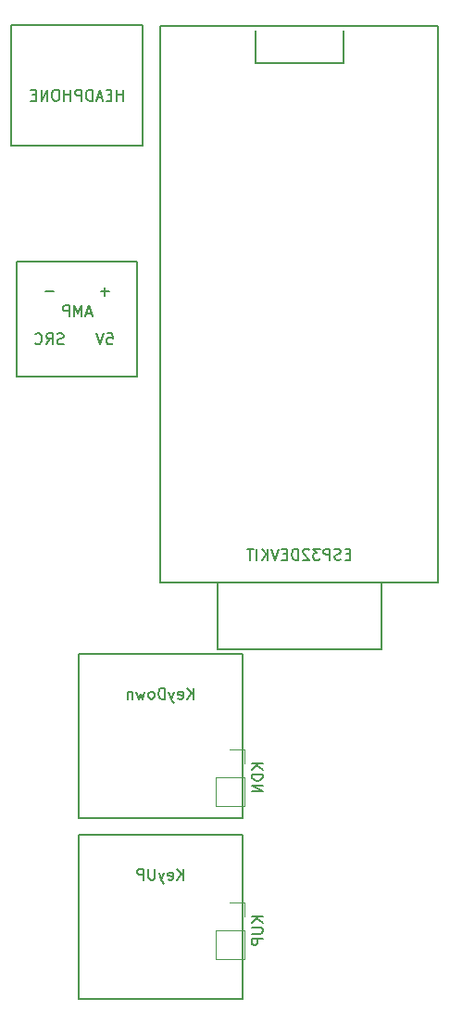
<source format=gbo>
G04 #@! TF.FileFunction,Legend,Bot*
%FSLAX46Y46*%
G04 Gerber Fmt 4.6, Leading zero omitted, Abs format (unit mm)*
G04 Created by KiCad (PCBNEW 4.0.1-stable) date 2020/05/24 23:31:30*
%MOMM*%
G01*
G04 APERTURE LIST*
%ADD10C,0.100000*%
%ADD11C,0.150000*%
%ADD12C,0.120000*%
G04 APERTURE END LIST*
D10*
D11*
X157670000Y-60090000D02*
X157670000Y-63090000D01*
X157670000Y-63090000D02*
X149670000Y-63090000D01*
X149670000Y-63090000D02*
X149670000Y-60090000D01*
X146170000Y-110590000D02*
X146170000Y-116590000D01*
X146170000Y-116590000D02*
X161170000Y-116590000D01*
X161170000Y-116590000D02*
X161170000Y-110590000D01*
X140970000Y-110490000D02*
X140970000Y-59690000D01*
X140970000Y-59690000D02*
X166370000Y-59690000D01*
X166370000Y-59690000D02*
X166370000Y-110490000D01*
X166370000Y-110490000D02*
X140970000Y-110490000D01*
X139350000Y-59620000D02*
X127350000Y-59620000D01*
X127350000Y-59620000D02*
X127350000Y-70620000D01*
X127350000Y-70620000D02*
X139350000Y-70620000D01*
X139350000Y-70620000D02*
X139350000Y-59620000D01*
X133470000Y-148470000D02*
X148470000Y-148470000D01*
X148470000Y-148470000D02*
X148470000Y-133470000D01*
X148470000Y-133470000D02*
X133470000Y-133470000D01*
X133470000Y-133470000D02*
X133470000Y-148470000D01*
X133470000Y-131960000D02*
X148470000Y-131960000D01*
X148470000Y-131960000D02*
X148470000Y-116960000D01*
X148470000Y-116960000D02*
X133470000Y-116960000D01*
X133470000Y-116960000D02*
X133470000Y-131960000D01*
D12*
X148650000Y-130870000D02*
X145990000Y-130870000D01*
X148650000Y-128270000D02*
X148650000Y-130870000D01*
X145990000Y-128270000D02*
X145990000Y-130870000D01*
X148650000Y-128270000D02*
X145990000Y-128270000D01*
X148650000Y-127000000D02*
X148650000Y-125670000D01*
X148650000Y-125670000D02*
X147320000Y-125670000D01*
X148650000Y-144840000D02*
X145990000Y-144840000D01*
X148650000Y-142240000D02*
X148650000Y-144840000D01*
X145990000Y-142240000D02*
X145990000Y-144840000D01*
X148650000Y-142240000D02*
X145990000Y-142240000D01*
X148650000Y-140970000D02*
X148650000Y-139640000D01*
X148650000Y-139640000D02*
X147320000Y-139640000D01*
D11*
X127850000Y-81160000D02*
X127850000Y-91660000D01*
X127850000Y-91660000D02*
X138850000Y-91660000D01*
X138850000Y-91660000D02*
X138850000Y-81160000D01*
X138850000Y-81160000D02*
X127850000Y-81160000D01*
X158312857Y-107878571D02*
X157979523Y-107878571D01*
X157836666Y-108402381D02*
X158312857Y-108402381D01*
X158312857Y-107402381D01*
X157836666Y-107402381D01*
X157455714Y-108354762D02*
X157312857Y-108402381D01*
X157074761Y-108402381D01*
X156979523Y-108354762D01*
X156931904Y-108307143D01*
X156884285Y-108211905D01*
X156884285Y-108116667D01*
X156931904Y-108021429D01*
X156979523Y-107973810D01*
X157074761Y-107926190D01*
X157265238Y-107878571D01*
X157360476Y-107830952D01*
X157408095Y-107783333D01*
X157455714Y-107688095D01*
X157455714Y-107592857D01*
X157408095Y-107497619D01*
X157360476Y-107450000D01*
X157265238Y-107402381D01*
X157027142Y-107402381D01*
X156884285Y-107450000D01*
X156455714Y-108402381D02*
X156455714Y-107402381D01*
X156074761Y-107402381D01*
X155979523Y-107450000D01*
X155931904Y-107497619D01*
X155884285Y-107592857D01*
X155884285Y-107735714D01*
X155931904Y-107830952D01*
X155979523Y-107878571D01*
X156074761Y-107926190D01*
X156455714Y-107926190D01*
X155550952Y-107402381D02*
X154931904Y-107402381D01*
X155265238Y-107783333D01*
X155122380Y-107783333D01*
X155027142Y-107830952D01*
X154979523Y-107878571D01*
X154931904Y-107973810D01*
X154931904Y-108211905D01*
X154979523Y-108307143D01*
X155027142Y-108354762D01*
X155122380Y-108402381D01*
X155408095Y-108402381D01*
X155503333Y-108354762D01*
X155550952Y-108307143D01*
X154550952Y-107497619D02*
X154503333Y-107450000D01*
X154408095Y-107402381D01*
X154169999Y-107402381D01*
X154074761Y-107450000D01*
X154027142Y-107497619D01*
X153979523Y-107592857D01*
X153979523Y-107688095D01*
X154027142Y-107830952D01*
X154598571Y-108402381D01*
X153979523Y-108402381D01*
X153550952Y-108402381D02*
X153550952Y-107402381D01*
X153312857Y-107402381D01*
X153169999Y-107450000D01*
X153074761Y-107545238D01*
X153027142Y-107640476D01*
X152979523Y-107830952D01*
X152979523Y-107973810D01*
X153027142Y-108164286D01*
X153074761Y-108259524D01*
X153169999Y-108354762D01*
X153312857Y-108402381D01*
X153550952Y-108402381D01*
X152550952Y-107878571D02*
X152217618Y-107878571D01*
X152074761Y-108402381D02*
X152550952Y-108402381D01*
X152550952Y-107402381D01*
X152074761Y-107402381D01*
X151789047Y-107402381D02*
X151455714Y-108402381D01*
X151122380Y-107402381D01*
X150789047Y-108402381D02*
X150789047Y-107402381D01*
X150217618Y-108402381D02*
X150646190Y-107830952D01*
X150217618Y-107402381D02*
X150789047Y-107973810D01*
X149789047Y-108402381D02*
X149789047Y-107402381D01*
X149455714Y-107402381D02*
X148884285Y-107402381D01*
X149170000Y-108402381D02*
X149170000Y-107402381D01*
X137540476Y-66492381D02*
X137540476Y-65492381D01*
X137540476Y-65968571D02*
X136969047Y-65968571D01*
X136969047Y-66492381D02*
X136969047Y-65492381D01*
X136492857Y-65968571D02*
X136159523Y-65968571D01*
X136016666Y-66492381D02*
X136492857Y-66492381D01*
X136492857Y-65492381D01*
X136016666Y-65492381D01*
X135635714Y-66206667D02*
X135159523Y-66206667D01*
X135730952Y-66492381D02*
X135397619Y-65492381D01*
X135064285Y-66492381D01*
X134730952Y-66492381D02*
X134730952Y-65492381D01*
X134492857Y-65492381D01*
X134349999Y-65540000D01*
X134254761Y-65635238D01*
X134207142Y-65730476D01*
X134159523Y-65920952D01*
X134159523Y-66063810D01*
X134207142Y-66254286D01*
X134254761Y-66349524D01*
X134349999Y-66444762D01*
X134492857Y-66492381D01*
X134730952Y-66492381D01*
X133730952Y-66492381D02*
X133730952Y-65492381D01*
X133349999Y-65492381D01*
X133254761Y-65540000D01*
X133207142Y-65587619D01*
X133159523Y-65682857D01*
X133159523Y-65825714D01*
X133207142Y-65920952D01*
X133254761Y-65968571D01*
X133349999Y-66016190D01*
X133730952Y-66016190D01*
X132730952Y-66492381D02*
X132730952Y-65492381D01*
X132730952Y-65968571D02*
X132159523Y-65968571D01*
X132159523Y-66492381D02*
X132159523Y-65492381D01*
X131492857Y-65492381D02*
X131302380Y-65492381D01*
X131207142Y-65540000D01*
X131111904Y-65635238D01*
X131064285Y-65825714D01*
X131064285Y-66159048D01*
X131111904Y-66349524D01*
X131207142Y-66444762D01*
X131302380Y-66492381D01*
X131492857Y-66492381D01*
X131588095Y-66444762D01*
X131683333Y-66349524D01*
X131730952Y-66159048D01*
X131730952Y-65825714D01*
X131683333Y-65635238D01*
X131588095Y-65540000D01*
X131492857Y-65492381D01*
X130635714Y-66492381D02*
X130635714Y-65492381D01*
X130064285Y-66492381D01*
X130064285Y-65492381D01*
X129588095Y-65968571D02*
X129254761Y-65968571D01*
X129111904Y-66492381D02*
X129588095Y-66492381D01*
X129588095Y-65492381D01*
X129111904Y-65492381D01*
X143065238Y-137612381D02*
X143065238Y-136612381D01*
X142493809Y-137612381D02*
X142922381Y-137040952D01*
X142493809Y-136612381D02*
X143065238Y-137183810D01*
X141684285Y-137564762D02*
X141779523Y-137612381D01*
X141970000Y-137612381D01*
X142065238Y-137564762D01*
X142112857Y-137469524D01*
X142112857Y-137088571D01*
X142065238Y-136993333D01*
X141970000Y-136945714D01*
X141779523Y-136945714D01*
X141684285Y-136993333D01*
X141636666Y-137088571D01*
X141636666Y-137183810D01*
X142112857Y-137279048D01*
X141303333Y-136945714D02*
X141065238Y-137612381D01*
X140827142Y-136945714D02*
X141065238Y-137612381D01*
X141160476Y-137850476D01*
X141208095Y-137898095D01*
X141303333Y-137945714D01*
X140446190Y-136612381D02*
X140446190Y-137421905D01*
X140398571Y-137517143D01*
X140350952Y-137564762D01*
X140255714Y-137612381D01*
X140065237Y-137612381D01*
X139969999Y-137564762D01*
X139922380Y-137517143D01*
X139874761Y-137421905D01*
X139874761Y-136612381D01*
X139398571Y-137612381D02*
X139398571Y-136612381D01*
X139017618Y-136612381D01*
X138922380Y-136660000D01*
X138874761Y-136707619D01*
X138827142Y-136802857D01*
X138827142Y-136945714D01*
X138874761Y-137040952D01*
X138922380Y-137088571D01*
X139017618Y-137136190D01*
X139398571Y-137136190D01*
X143970000Y-121102381D02*
X143970000Y-120102381D01*
X143398571Y-121102381D02*
X143827143Y-120530952D01*
X143398571Y-120102381D02*
X143970000Y-120673810D01*
X142589047Y-121054762D02*
X142684285Y-121102381D01*
X142874762Y-121102381D01*
X142970000Y-121054762D01*
X143017619Y-120959524D01*
X143017619Y-120578571D01*
X142970000Y-120483333D01*
X142874762Y-120435714D01*
X142684285Y-120435714D01*
X142589047Y-120483333D01*
X142541428Y-120578571D01*
X142541428Y-120673810D01*
X143017619Y-120769048D01*
X142208095Y-120435714D02*
X141970000Y-121102381D01*
X141731904Y-120435714D02*
X141970000Y-121102381D01*
X142065238Y-121340476D01*
X142112857Y-121388095D01*
X142208095Y-121435714D01*
X141350952Y-121102381D02*
X141350952Y-120102381D01*
X141112857Y-120102381D01*
X140969999Y-120150000D01*
X140874761Y-120245238D01*
X140827142Y-120340476D01*
X140779523Y-120530952D01*
X140779523Y-120673810D01*
X140827142Y-120864286D01*
X140874761Y-120959524D01*
X140969999Y-121054762D01*
X141112857Y-121102381D01*
X141350952Y-121102381D01*
X140208095Y-121102381D02*
X140303333Y-121054762D01*
X140350952Y-121007143D01*
X140398571Y-120911905D01*
X140398571Y-120626190D01*
X140350952Y-120530952D01*
X140303333Y-120483333D01*
X140208095Y-120435714D01*
X140065237Y-120435714D01*
X139969999Y-120483333D01*
X139922380Y-120530952D01*
X139874761Y-120626190D01*
X139874761Y-120911905D01*
X139922380Y-121007143D01*
X139969999Y-121054762D01*
X140065237Y-121102381D01*
X140208095Y-121102381D01*
X139541428Y-120435714D02*
X139350952Y-121102381D01*
X139160475Y-120626190D01*
X138969999Y-121102381D01*
X138779523Y-120435714D01*
X138398571Y-120435714D02*
X138398571Y-121102381D01*
X138398571Y-120530952D02*
X138350952Y-120483333D01*
X138255714Y-120435714D01*
X138112856Y-120435714D01*
X138017618Y-120483333D01*
X137969999Y-120578571D01*
X137969999Y-121102381D01*
X150312381Y-126984286D02*
X149312381Y-126984286D01*
X150312381Y-127555715D02*
X149740952Y-127127143D01*
X149312381Y-127555715D02*
X149883810Y-126984286D01*
X150312381Y-127984286D02*
X149312381Y-127984286D01*
X149312381Y-128222381D01*
X149360000Y-128365239D01*
X149455238Y-128460477D01*
X149550476Y-128508096D01*
X149740952Y-128555715D01*
X149883810Y-128555715D01*
X150074286Y-128508096D01*
X150169524Y-128460477D01*
X150264762Y-128365239D01*
X150312381Y-128222381D01*
X150312381Y-127984286D01*
X150312381Y-128984286D02*
X149312381Y-128984286D01*
X150312381Y-129555715D01*
X149312381Y-129555715D01*
X150312381Y-140954286D02*
X149312381Y-140954286D01*
X150312381Y-141525715D02*
X149740952Y-141097143D01*
X149312381Y-141525715D02*
X149883810Y-140954286D01*
X149312381Y-141954286D02*
X150121905Y-141954286D01*
X150217143Y-142001905D01*
X150264762Y-142049524D01*
X150312381Y-142144762D01*
X150312381Y-142335239D01*
X150264762Y-142430477D01*
X150217143Y-142478096D01*
X150121905Y-142525715D01*
X149312381Y-142525715D01*
X150312381Y-143001905D02*
X149312381Y-143001905D01*
X149312381Y-143382858D01*
X149360000Y-143478096D01*
X149407619Y-143525715D01*
X149502857Y-143573334D01*
X149645714Y-143573334D01*
X149740952Y-143525715D01*
X149788571Y-143478096D01*
X149836190Y-143382858D01*
X149836190Y-143001905D01*
X134659524Y-85891667D02*
X134183333Y-85891667D01*
X134754762Y-86177381D02*
X134421429Y-85177381D01*
X134088095Y-86177381D01*
X133754762Y-86177381D02*
X133754762Y-85177381D01*
X133421428Y-85891667D01*
X133088095Y-85177381D01*
X133088095Y-86177381D01*
X132611905Y-86177381D02*
X132611905Y-85177381D01*
X132230952Y-85177381D01*
X132135714Y-85225000D01*
X132088095Y-85272619D01*
X132040476Y-85367857D01*
X132040476Y-85510714D01*
X132088095Y-85605952D01*
X132135714Y-85653571D01*
X132230952Y-85701190D01*
X132611905Y-85701190D01*
X132095714Y-88669762D02*
X131952857Y-88717381D01*
X131714761Y-88717381D01*
X131619523Y-88669762D01*
X131571904Y-88622143D01*
X131524285Y-88526905D01*
X131524285Y-88431667D01*
X131571904Y-88336429D01*
X131619523Y-88288810D01*
X131714761Y-88241190D01*
X131905238Y-88193571D01*
X132000476Y-88145952D01*
X132048095Y-88098333D01*
X132095714Y-88003095D01*
X132095714Y-87907857D01*
X132048095Y-87812619D01*
X132000476Y-87765000D01*
X131905238Y-87717381D01*
X131667142Y-87717381D01*
X131524285Y-87765000D01*
X130524285Y-88717381D02*
X130857619Y-88241190D01*
X131095714Y-88717381D02*
X131095714Y-87717381D01*
X130714761Y-87717381D01*
X130619523Y-87765000D01*
X130571904Y-87812619D01*
X130524285Y-87907857D01*
X130524285Y-88050714D01*
X130571904Y-88145952D01*
X130619523Y-88193571D01*
X130714761Y-88241190D01*
X131095714Y-88241190D01*
X129524285Y-88622143D02*
X129571904Y-88669762D01*
X129714761Y-88717381D01*
X129809999Y-88717381D01*
X129952857Y-88669762D01*
X130048095Y-88574524D01*
X130095714Y-88479286D01*
X130143333Y-88288810D01*
X130143333Y-88145952D01*
X130095714Y-87955476D01*
X130048095Y-87860238D01*
X129952857Y-87765000D01*
X129809999Y-87717381D01*
X129714761Y-87717381D01*
X129571904Y-87765000D01*
X129524285Y-87812619D01*
X136080476Y-87717381D02*
X136556667Y-87717381D01*
X136604286Y-88193571D01*
X136556667Y-88145952D01*
X136461429Y-88098333D01*
X136223333Y-88098333D01*
X136128095Y-88145952D01*
X136080476Y-88193571D01*
X136032857Y-88288810D01*
X136032857Y-88526905D01*
X136080476Y-88622143D01*
X136128095Y-88669762D01*
X136223333Y-88717381D01*
X136461429Y-88717381D01*
X136556667Y-88669762D01*
X136604286Y-88622143D01*
X135747143Y-87717381D02*
X135413810Y-88717381D01*
X135080476Y-87717381D01*
X131190952Y-83891429D02*
X130429047Y-83891429D01*
X136270952Y-83891429D02*
X135509047Y-83891429D01*
X135889999Y-84272381D02*
X135889999Y-83510476D01*
M02*

</source>
